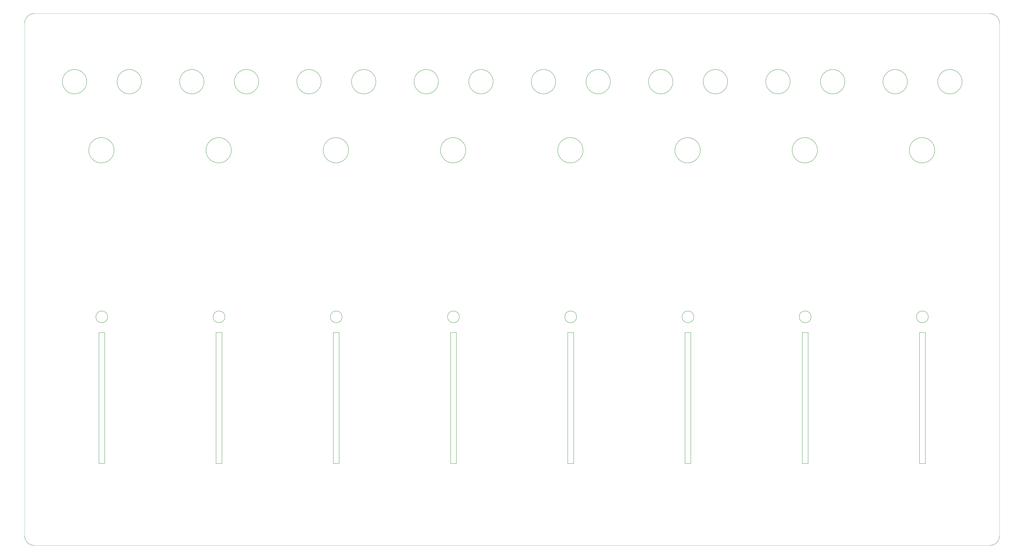
<source format=gbr>
%TF.GenerationSoftware,KiCad,Pcbnew,7.0.8*%
%TF.CreationDate,2023-11-15T12:45:32+01:00*%
%TF.ProjectId,panel-rev1,70616e65-6c2d-4726-9576-312e6b696361,rev?*%
%TF.SameCoordinates,Original*%
%TF.FileFunction,Profile,NP*%
%FSLAX46Y46*%
G04 Gerber Fmt 4.6, Leading zero omitted, Abs format (unit mm)*
G04 Created by KiCad (PCBNEW 7.0.8) date 2023-11-15 12:45:32*
%MOMM*%
%LPD*%
G01*
G04 APERTURE LIST*
%TA.AperFunction,Profile*%
%ADD10C,0.100000*%
%TD*%
%TA.AperFunction,Profile*%
%ADD11C,0.150000*%
%TD*%
%TA.AperFunction,Profile*%
%ADD12C,0.200000*%
%TD*%
G04 APERTURE END LIST*
D10*
X81043785Y-428742468D02*
X569984629Y-428757531D01*
X569978373Y-156266911D02*
X81037529Y-156251847D01*
D11*
X255852082Y-191174689D02*
G75*
G03*
X255852082Y-191174689I-6251400J0D01*
G01*
D10*
X76022158Y-423742161D02*
X76037222Y-161273474D01*
D11*
X287852082Y-191174689D02*
G75*
G03*
X287852082Y-191174689I-6251400J0D01*
G01*
X467852082Y-191174689D02*
G75*
G03*
X467852082Y-191174689I-6251400J0D01*
G01*
X481850000Y-226300000D02*
G75*
G03*
X481850000Y-226300000I-6500000J0D01*
G01*
X234050682Y-319724689D02*
X237050682Y-319724689D01*
X237050682Y-386724689D01*
X234050682Y-386724689D01*
X234050682Y-319724689D01*
X358532348Y-311626355D02*
G75*
G03*
X358532348Y-311626355I-3001666J0D01*
G01*
D12*
X76022199Y-423742161D02*
G75*
G03*
X81043785Y-428742468I5019929J19661D01*
G01*
D11*
X114050682Y-319724689D02*
X117050682Y-319724689D01*
X117050682Y-386724689D01*
X114050682Y-386724689D01*
X114050682Y-319724689D01*
X407852082Y-191174689D02*
G75*
G03*
X407852082Y-191174689I-6251400J0D01*
G01*
X121850000Y-226300000D02*
G75*
G03*
X121850000Y-226300000I-6500000J0D01*
G01*
X178532348Y-311626355D02*
G75*
G03*
X178532348Y-311626355I-3001666J0D01*
G01*
X167852082Y-191174689D02*
G75*
G03*
X167852082Y-191174689I-6251400J0D01*
G01*
X118532348Y-311626355D02*
G75*
G03*
X118532348Y-311626355I-3001666J0D01*
G01*
X361850000Y-226300000D02*
G75*
G03*
X361850000Y-226300000I-6500000J0D01*
G01*
X107852082Y-191174689D02*
G75*
G03*
X107852082Y-191174689I-6251400J0D01*
G01*
X298532348Y-311626355D02*
G75*
G03*
X298532348Y-311626355I-3001666J0D01*
G01*
D12*
X574999937Y-161267218D02*
G75*
G03*
X569978373Y-156266911I-5019851J-19582D01*
G01*
D11*
X347852082Y-191174689D02*
G75*
G03*
X347852082Y-191174689I-6251400J0D01*
G01*
D12*
X569984629Y-428757512D02*
G75*
G03*
X574984936Y-423735904I-19643J5019912D01*
G01*
D11*
X301850000Y-226300000D02*
G75*
G03*
X301850000Y-226300000I-6500000J0D01*
G01*
X418532348Y-311626355D02*
G75*
G03*
X418532348Y-311626355I-3001666J0D01*
G01*
X478532348Y-311626355D02*
G75*
G03*
X478532348Y-311626355I-3001666J0D01*
G01*
X375852082Y-191174689D02*
G75*
G03*
X375852082Y-191174689I-6251400J0D01*
G01*
D10*
X574984936Y-423735904D02*
X575000000Y-161267218D01*
D11*
X238532348Y-311626355D02*
G75*
G03*
X238532348Y-311626355I-3001666J0D01*
G01*
X354050682Y-319724689D02*
X357050682Y-319724689D01*
X357050682Y-386724689D01*
X354050682Y-386724689D01*
X354050682Y-319724689D01*
X538532348Y-311626355D02*
G75*
G03*
X538532348Y-311626355I-3001666J0D01*
G01*
X294050682Y-319724689D02*
X297050682Y-319724689D01*
X297050682Y-386724689D01*
X294050682Y-386724689D01*
X294050682Y-319724689D01*
X474050682Y-319724689D02*
X477050682Y-319724689D01*
X477050682Y-386724689D01*
X474050682Y-386724689D01*
X474050682Y-319724689D01*
X241850000Y-226300000D02*
G75*
G03*
X241850000Y-226300000I-6500000J0D01*
G01*
X495852082Y-191174689D02*
G75*
G03*
X495852082Y-191174689I-6251400J0D01*
G01*
X435852082Y-191174689D02*
G75*
G03*
X435852082Y-191174689I-6251400J0D01*
G01*
D12*
X81037529Y-156251833D02*
G75*
G03*
X76037222Y-161273474I19699J-5019967D01*
G01*
D11*
X421850000Y-226300000D02*
G75*
G03*
X421850000Y-226300000I-6500000J0D01*
G01*
X227852082Y-191174689D02*
G75*
G03*
X227852082Y-191174689I-6251400J0D01*
G01*
X135852082Y-191174689D02*
G75*
G03*
X135852082Y-191174689I-6251400J0D01*
G01*
X541850000Y-226300000D02*
G75*
G03*
X541850000Y-226300000I-6500000J0D01*
G01*
X527852082Y-191174689D02*
G75*
G03*
X527852082Y-191174689I-6251400J0D01*
G01*
X555852082Y-191174689D02*
G75*
G03*
X555852082Y-191174689I-6251400J0D01*
G01*
X181850000Y-226300000D02*
G75*
G03*
X181850000Y-226300000I-6500000J0D01*
G01*
X174050682Y-319724689D02*
X177050682Y-319724689D01*
X177050682Y-386724689D01*
X174050682Y-386724689D01*
X174050682Y-319724689D01*
X534050682Y-319724689D02*
X537050682Y-319724689D01*
X537050682Y-386724689D01*
X534050682Y-386724689D01*
X534050682Y-319724689D01*
X414050682Y-319724689D02*
X417050682Y-319724689D01*
X417050682Y-386724689D01*
X414050682Y-386724689D01*
X414050682Y-319724689D01*
X315852082Y-191174689D02*
G75*
G03*
X315852082Y-191174689I-6251400J0D01*
G01*
X195852082Y-191174689D02*
G75*
G03*
X195852082Y-191174689I-6251400J0D01*
G01*
M02*

</source>
